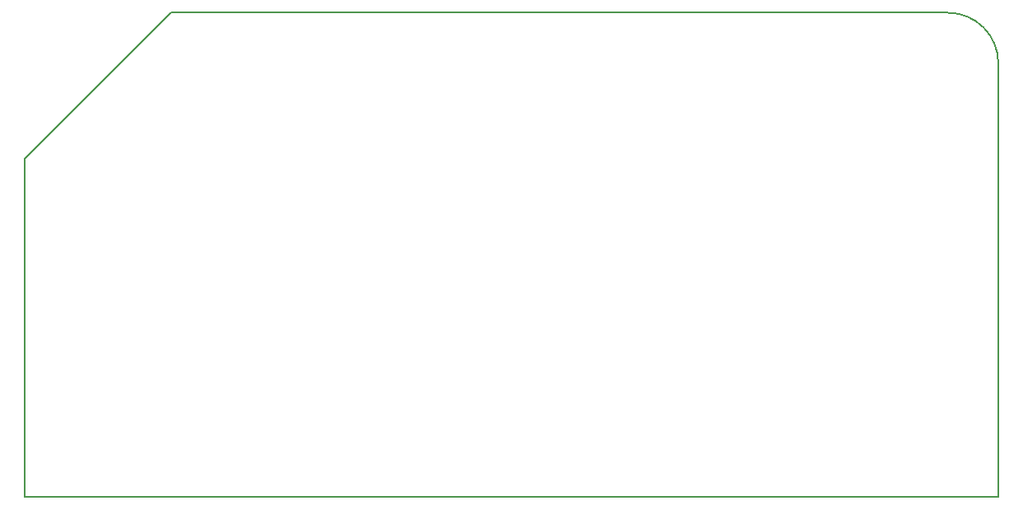
<source format=gm1>
%TF.GenerationSoftware,KiCad,Pcbnew,5.1.6*%
%TF.CreationDate,2020-08-16T22:16:08+02:00*%
%TF.ProjectId,RC2014-Ethernet,52433230-3134-42d4-9574-6865726e6574,rev?*%
%TF.SameCoordinates,Original*%
%TF.FileFunction,Profile,NP*%
%FSLAX46Y46*%
G04 Gerber Fmt 4.6, Leading zero omitted, Abs format (unit mm)*
G04 Created by KiCad (PCBNEW 5.1.6) date 2020-08-16 22:16:08*
%MOMM*%
%LPD*%
G01*
G04 APERTURE LIST*
%TA.AperFunction,Profile*%
%ADD10C,0.150000*%
%TD*%
G04 APERTURE END LIST*
D10*
X142314000Y-29072400D02*
X142314000Y-73752600D01*
X42196600Y-73752600D02*
X142314000Y-73752600D01*
X57208000Y-23892400D02*
X42196600Y-38903800D01*
X42196600Y-38903800D02*
X42196600Y-73752600D01*
X142312400Y-29072400D02*
G75*
G03*
X137132400Y-23892400I-5180000J0D01*
G01*
X137132400Y-23892400D02*
X57208000Y-23892400D01*
M02*

</source>
